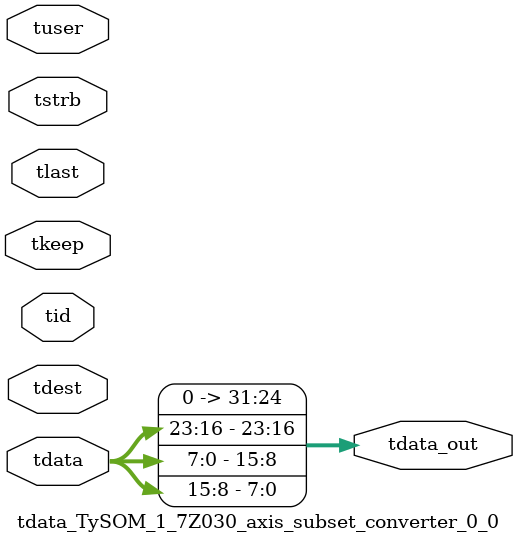
<source format=v>


`timescale 1ps/1ps

module tdata_TySOM_1_7Z030_axis_subset_converter_0_0 #
(
parameter C_S_AXIS_TDATA_WIDTH = 32,
parameter C_S_AXIS_TUSER_WIDTH = 0,
parameter C_S_AXIS_TID_WIDTH   = 0,
parameter C_S_AXIS_TDEST_WIDTH = 0,
parameter C_M_AXIS_TDATA_WIDTH = 32
)
(
input  [(C_S_AXIS_TDATA_WIDTH == 0 ? 1 : C_S_AXIS_TDATA_WIDTH)-1:0     ] tdata,
input  [(C_S_AXIS_TUSER_WIDTH == 0 ? 1 : C_S_AXIS_TUSER_WIDTH)-1:0     ] tuser,
input  [(C_S_AXIS_TID_WIDTH   == 0 ? 1 : C_S_AXIS_TID_WIDTH)-1:0       ] tid,
input  [(C_S_AXIS_TDEST_WIDTH == 0 ? 1 : C_S_AXIS_TDEST_WIDTH)-1:0     ] tdest,
input  [(C_S_AXIS_TDATA_WIDTH/8)-1:0 ] tkeep,
input  [(C_S_AXIS_TDATA_WIDTH/8)-1:0 ] tstrb,
input                                                                    tlast,
output [C_M_AXIS_TDATA_WIDTH-1:0] tdata_out
);

assign tdata_out = {tdata[23:16],tdata[7:0],tdata[15:8]};

endmodule


</source>
